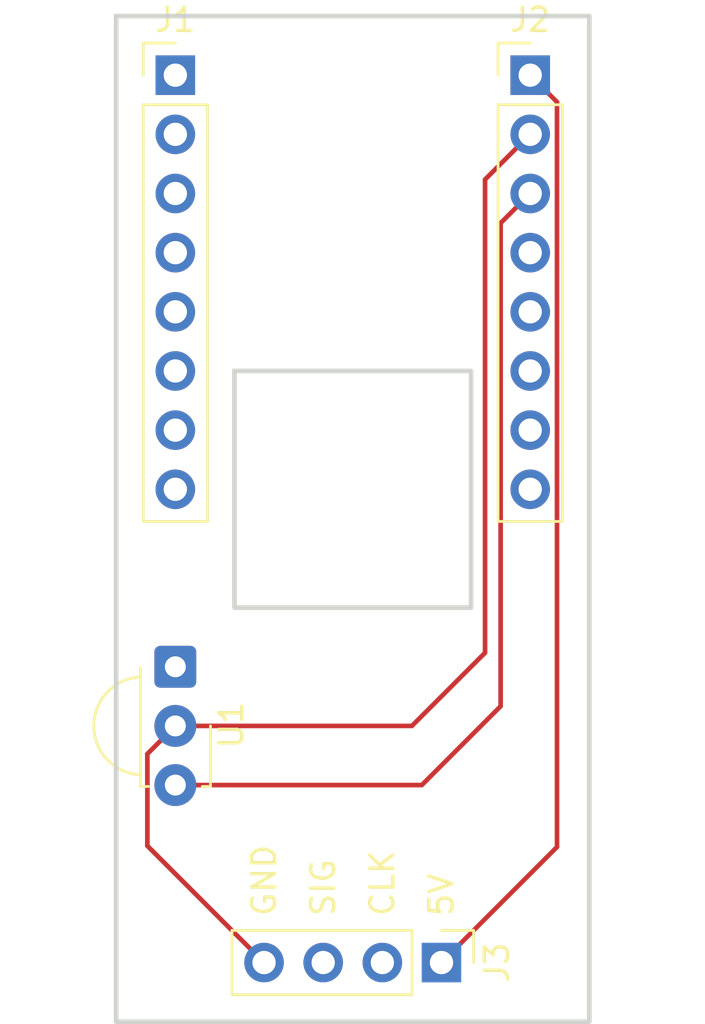
<source format=kicad_pcb>
(kicad_pcb (version 20241229) (generator "pcbnew") (generator_version "9.0")
  (layers (0 "F.Cu" signal) (2 "B.Cu" signal) (13 "F.Paste" user) (15 "B.Paste" user) (5 "F.SilkS" user "F.Silkscreen") (7 "B.SilkS" user "B.Silkscreen") (1 "F.Mask" user) (3 "B.Mask" user) (25 "Edge.Cuts" user))
  (net 0 "")
  (net 9 "GND")
  (net 11 "5V5")
  (net 13 "3V3")
  (footprint "Connector_PinHeader_2.54mm:PinHeader_1x08_P2.54mm_Vertical" (layer "F.Cu") (at 144.78 63.5)
    (property "Reference" "J2" (at 0 -2.38 0) (layer "F.SilkS"))
    (property "Value" "Conn_01x08_Socket")
    (fp_line (start -1.38 -1.38) (end 0 -1.38) (stroke (width 0.12)) (layer "F.SilkS"))
    (fp_line (start -1.38 0) (end -1.38 -1.38) (stroke (width 0.12)) (layer "F.SilkS"))
    (fp_line (start -1.38 1.27) (end -1.38 19.16) (stroke (width 0.12)) (layer "F.SilkS"))
    (fp_line (start -1.38 1.27) (end 1.38 1.27) (stroke (width 0.12)) (layer "F.SilkS"))
    (fp_line (start -1.38 19.16) (end 1.38 19.16) (stroke (width 0.12)) (layer "F.SilkS"))
    (fp_line (start 1.38 1.27) (end 1.38 19.16) (stroke (width 0.12)) (layer "F.SilkS"))
    (pad "1" thru_hole rect (at 0 0) (size 1.7 1.7) (drill 1) (layers "*.Cu" "*.Mask") (net 11 "5V5"))
    (pad "2" thru_hole circle (at 0 2.54) (size 1.7 1.7) (drill 1) (layers "*.Cu" "*.Mask") (net 9 "GND"))
    (pad "3" thru_hole circle (at 0 5.08) (size 1.7 1.7) (drill 1) (layers "*.Cu" "*.Mask") (net 13 "3V3"))
    (pad "4" thru_hole circle (at 0 7.62) (size 1.7 1.7) (drill 1) (layers "*.Cu" "*.Mask"))
    (pad "5" thru_hole circle (at 0 10.16) (size 1.7 1.7) (drill 1) (layers "*.Cu" "*.Mask"))
    (pad "6" thru_hole circle (at 0 12.7) (size 1.7 1.7) (drill 1) (layers "*.Cu" "*.Mask"))
    (pad "7" thru_hole circle (at 0 15.24) (size 1.7 1.7) (drill 1) (layers "*.Cu" "*.Mask"))
    (pad "8" thru_hole circle (at 0 17.78) (size 1.7 1.7) (drill 1) (layers "*.Cu" "*.Mask"))
  )
  (footprint "Connector_PinHeader_2.54mm:PinHeader_1x08_P2.54mm_Vertical" (layer "F.Cu") (at 129.54 63.5)
    (property "Reference" "J1" (at 0 -2.38 0) (layer "F.SilkS"))
    (property "Value" "Conn_01x08_Socket")
    (fp_line (start -1.38 -1.38) (end 0 -1.38) (stroke (width 0.12)) (layer "F.SilkS"))
    (fp_line (start -1.38 0) (end -1.38 -1.38) (stroke (width 0.12)) (layer "F.SilkS"))
    (fp_line (start -1.38 1.27) (end -1.38 19.16) (stroke (width 0.12)) (layer "F.SilkS"))
    (fp_line (start -1.38 1.27) (end 1.38 1.27) (stroke (width 0.12)) (layer "F.SilkS"))
    (fp_line (start -1.38 19.16) (end 1.38 19.16) (stroke (width 0.12)) (layer "F.SilkS"))
    (fp_line (start 1.38 1.27) (end 1.38 19.16) (stroke (width 0.12)) (layer "F.SilkS"))
    (pad "1" thru_hole rect (at 0 0) (size 1.7 1.7) (drill 1) (layers "*.Cu" "*.Mask"))
    (pad "2" thru_hole circle (at 0 2.54) (size 1.7 1.7) (drill 1) (layers "*.Cu" "*.Mask"))
    (pad "3" thru_hole circle (at 0 5.08) (size 1.7 1.7) (drill 1) (layers "*.Cu" "*.Mask"))
    (pad "4" thru_hole circle (at 0 7.62) (size 1.7 1.7) (drill 1) (layers "*.Cu" "*.Mask"))
    (pad "5" thru_hole circle (at 0 10.16) (size 1.7 1.7) (drill 1) (layers "*.Cu" "*.Mask"))
    (pad "6" thru_hole circle (at 0 12.7) (size 1.7 1.7) (drill 1) (layers "*.Cu" "*.Mask"))
    (pad "7" thru_hole circle (at 0 15.24) (size 1.7 1.7) (drill 1) (layers "*.Cu" "*.Mask"))
    (pad "8" thru_hole circle (at 0 17.78) (size 1.7 1.7) (drill 1) (layers "*.Cu" "*.Mask"))
  )
  (footprint "Connector_PinHeader_2.54mm:PinHeader_1x04_P2.54mm_Vertical" (layer "F.Cu") (at 140.97 101.6 -90)
    (property "Reference" "J3" (at 0 -2.38 90) (layer "F.SilkS"))
    (property "Value" "Conn_01x04_Socket" (hide yes))
    (fp_line (start -1.38 9) (end 1.38 9) (stroke (width 0.12)) (layer "F.SilkS"))
    (fp_line (start -1.38 1.27) (end -1.38 9) (stroke (width 0.12)) (layer "F.SilkS"))
    (fp_line (start -1.38 1.27) (end 1.38 1.27) (stroke (width 0.12)) (layer "F.SilkS"))
    (fp_line (start 1.38 1.27) (end 1.38 9) (stroke (width 0.12)) (layer "F.SilkS"))
    (fp_line (start -1.38 0) (end -1.38 -1.38) (stroke (width 0.12)) (layer "F.SilkS"))
    (fp_line (start -1.38 -1.38) (end 0 -1.38) (stroke (width 0.12)) (layer "F.SilkS"))
    (pad "1" thru_hole rect (at 0 0 270) (size 1.7 1.7) (drill 1) (layers "*.Cu" "*.Mask") (net 11 "5V5"))
    (pad "2" thru_hole circle (at 0 2.54 270) (size 1.7 1.7) (drill 1) (layers "*.Cu" "*.Mask"))
    (pad "3" thru_hole circle (at 0 5.08 270) (size 1.7 1.7) (drill 1) (layers "*.Cu" "*.Mask"))
    (pad "4" thru_hole circle (at 0 7.62 270) (size 1.7 1.7) (drill 1) (layers "*.Cu" "*.Mask") (net 9 "GND"))
  )
  (footprint "OptoDevice:Vishay_MINICAST-3Pin" (layer "F.Cu") (at 129.54 88.9 -90)
    (property "Reference" "U1" (at 2.5 -2.4 90) (layer "F.SilkS"))
    (property "Value" "TL1838")
    (fp_line (start 5.14 1.5) (end 0.05 1.5) (stroke (width 0.12)) (layer "F.SilkS"))
    (fp_line (start 5.14 1.16) (end 5.14 1.5) (stroke (width 0.12)) (layer "F.SilkS"))
    (fp_line (start 5.14 -1.16) (end 5.14 -1.51) (stroke (width 0.12)) (layer "F.SilkS"))
    (fp_line (start 5.14 -1.51) (end 2.54 -1.51) (stroke (width 0.12)) (layer "F.SilkS"))
    (fp_arc (start 4.64 1.5) (mid 2.540869 3.502379) (end 0.440083 1.501736) (stroke (width 0.12)) (layer "F.SilkS"))
    (pad "1" thru_hole roundrect (at 0 0 270) (size 1.8 1.8) (drill 0.9) (layers "*.Cu" "*.Mask") (roundrect_rratio 0.139))
    (pad "2" thru_hole circle (at 2.54 0 270) (size 1.8 1.8) (drill 0.9) (layers "*.Cu" "*.Mask") (net 9 "GND"))
    (pad "3" thru_hole circle (at 5.08 0 270) (size 1.8 1.8) (drill 0.9) (layers "*.Cu" "*.Mask") (net 13 "3V3"))
  )
  (gr_rect (start 127 60.96) (end 147.32 104.14) (stroke (width 0.2)) (fill no) (layer "Edge.Cuts"))
  (gr_rect (start 132.08 76.2) (end 142.24 86.36) (stroke (width 0.2)) (fill no) (layer "Edge.Cuts"))
  (gr_text "GND" (at 133.35 99.695 90) (layer "F.SilkS") (effects (font (size 1 1)) (justify left)))
  (gr_text "SIG" (at 135.89 99.695 90) (layer "F.SilkS") (effects (font (size 1 1)) (justify left)))
  (gr_text "CLK" (at 138.43 99.695 90) (layer "F.SilkS") (effects (font (size 1 1)) (justify left)))
  (gr_text "5V" (at 140.97 99.695 90) (layer "F.SilkS") (effects (font (size 1 1)) (justify left)))
  (segment (start 144.78 66.04) (end 142.841 67.979) (width 0.2) (layer "F.Cu") (net 9))
  (segment (start 139.7 91.44) (end 129.54 91.44) (width 0.2) (layer "F.Cu") (net 9))
  (segment (start 142.841 88.299) (end 139.7 91.44) (width 0.2) (layer "F.Cu") (net 9))
  (segment (start 128.339 96.589) (end 133.35 101.6) (width 0.2) (layer "F.Cu") (net 9))
  (segment (start 129.54 91.44) (end 128.339 92.641) (width 0.2) (layer "F.Cu") (net 9))
  (segment (start 128.339 92.641) (end 128.339 96.589) (width 0.2) (layer "F.Cu") (net 9))
  (segment (start 142.841 67.979) (end 142.841 88.299) (width 0.2) (layer "F.Cu") (net 9))
  (segment (start 145.931 96.639) (end 140.97 101.6) (width 0.2) (layer "F.Cu") (net 11))
  (segment (start 145.931 64.651) (end 145.931 96.639) (width 0.2) (layer "F.Cu") (net 11))
  (segment (start 144.78 63.5) (end 145.931 64.651) (width 0.2) (layer "F.Cu") (net 11))
  (segment (start 143.51 69.85) (end 143.51 90.594971) (width 0.2) (layer "F.Cu") (net 13))
  (segment (start 143.51 90.594971) (end 140.124971 93.98) (width 0.2) (layer "F.Cu") (net 13))
  (segment (start 140.124971 93.98) (end 129.54 93.98) (width 0.2) (layer "F.Cu") (net 13))
  (segment (start 144.78 68.58) (end 143.51 69.85) (width 0.2) (layer "F.Cu") (net 13))
)
</source>
